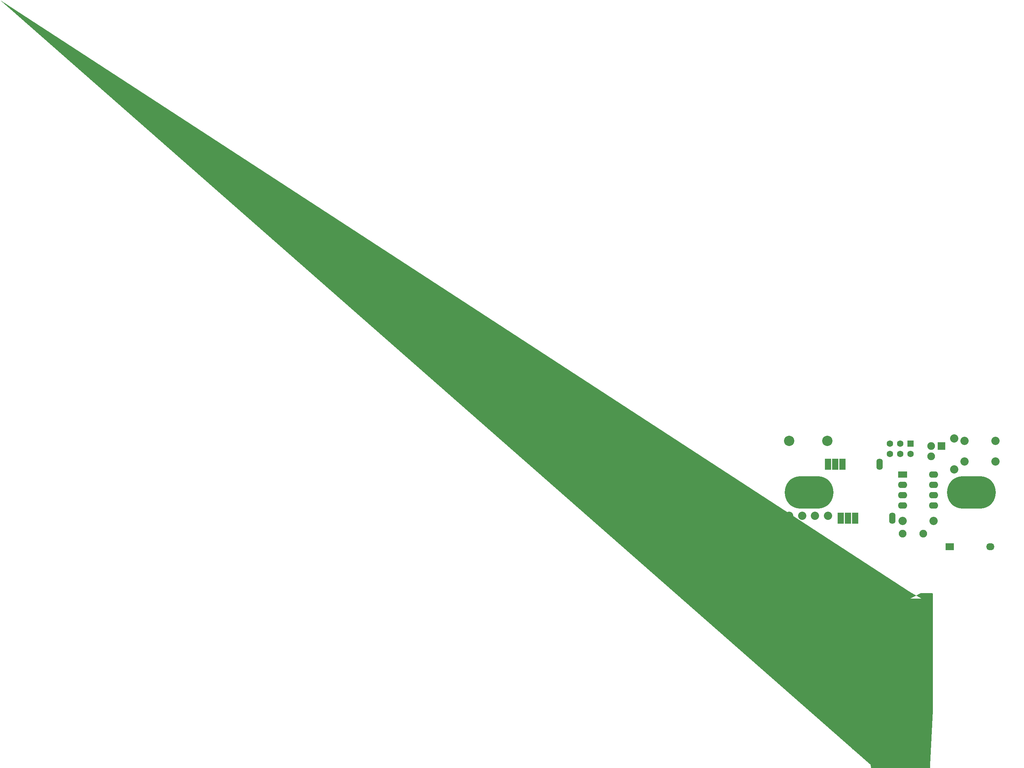
<source format=gbr>
G04 #@! TF.GenerationSoftware,KiCad,Pcbnew,9.0.0*
G04 #@! TF.CreationDate,2025-06-10T13:42:17+01:00*
G04 #@! TF.ProjectId,SolarSoilSensor_r_v2,536f6c61-7253-46f6-996c-53656e736f72,rev?*
G04 #@! TF.SameCoordinates,PX5faea10PY77e7cd0*
G04 #@! TF.FileFunction,Soldermask,Bot*
G04 #@! TF.FilePolarity,Negative*
%FSLAX46Y46*%
G04 Gerber Fmt 4.6, Leading zero omitted, Abs format (unit mm)*
G04 Created by KiCad (PCBNEW 9.0.0) date 2025-06-10 13:42:17*
%MOMM*%
%LPD*%
G01*
G04 APERTURE LIST*
G04 Aperture macros list*
%AMFreePoly0*
4,1,149,-1.949141,1.342817,-1.314302,1.340511,-0.759053,1.338000,-0.278312,1.335182,0.132996,1.331956,0.479930,1.328221,0.767634,1.323876,1.001077,1.318822,1.185523,1.312952,1.325783,1.306174,1.325925,1.306165,1.427208,1.298374,1.427480,1.298346,1.494862,1.289441,1.495476,1.289320,1.534035,1.279201,1.535222,1.278720,1.545798,1.272755,1.547544,1.271110,1.553051,1.262571,
1.553646,1.261271,1.558858,1.243541,1.558991,1.242963,1.563916,1.213784,1.563957,1.213491,1.568604,1.170605,1.568619,1.170437,1.572995,1.111585,1.573002,1.111480,1.577118,1.034337,1.580978,0.936732,1.584591,0.816402,1.587964,0.671082,1.591107,0.498513,1.594027,0.296448,1.594028,0.296434,1.596734,0.062586,1.599234,-0.205290,1.601535,-0.509453,1.603647,-0.852162,
1.605576,-1.235673,1.607330,-1.662248,1.608919,-2.134142,1.610350,-2.653616,1.611631,-3.222925,1.612770,-3.844331,1.613775,-4.520089,1.614655,-5.252458,1.615417,-6.043698,1.616069,-6.896065,1.616619,-7.811819,1.617076,-8.793216,1.617447,-9.842516,1.617741,-10.961975,1.617966,-12.153853,1.618129,-13.420409,1.618239,-14.763899,1.618304,-16.186582,1.618331,-17.690716,1.618334,-18.353583,
1.618334,-37.917466,1.618308,-37.917973,0.791937,-46.024324,0.707532,-46.851263,0.624828,-47.659519,0.544279,-48.444728,0.466342,-49.202524,0.391470,-49.928545,0.391469,-49.928546,0.320119,-50.618430,0.252745,-51.267812,0.189804,-51.872328,0.131750,-52.427614,0.079037,-52.929309,0.032123,-53.373047,-0.008540,-53.754465,-0.042493,-54.069204,-0.069285,-54.312903,-0.088462,-54.481227,-0.099573,-54.569825,
-0.099722,-54.570837,-0.099776,-54.571137,-0.203201,-55.063554,-0.203387,-55.064213,-0.357704,-55.494700,-0.358042,-55.495444,-0.561902,-55.861774,-0.562443,-55.862560,-0.814494,-56.162504,-0.815262,-56.163241,-1.114155,-56.394568,-1.114809,-56.394997,-1.250195,-56.469301,-1.250940,-56.469634,-1.512560,-56.561777,-1.513487,-56.562007,-1.805266,-56.605300,-1.806124,-56.605352,-2.097256,-56.598148,-2.098246,-56.598024,
-2.357928,-56.538674,-2.358607,-56.538467,-2.381026,-56.529855,-2.381609,-56.529587,-2.702611,-56.356216,-2.703486,-56.355616,-2.990745,-56.109796,-2.991412,-56.109104,-3.237450,-55.798874,-3.237935,-55.798137,-3.435275,-55.431538,-3.435483,-55.431101,-3.461942,-55.367990,-3.462054,-55.367699,-3.541798,-55.138297,-3.541906,-55.137944,-3.609928,-54.883057,-3.610002,-54.882737,-3.659021,-54.634557,-3.659087,-54.634128,
-3.681823,-54.424850,-3.681851,-54.424426,-3.682594,-54.392280,-3.686948,-54.334543,-3.699601,-54.196700,-3.720143,-53.982824,-3.720142,-53.982823,-3.748143,-53.697176,-3.783185,-53.343868,-3.783184,-53.343867,-3.824848,-52.927064,-3.872714,-52.450897,-3.926364,-51.919514,-3.985377,-51.337056,-3.985376,-51.337055,-4.049334,-50.707671,-4.117818,-50.035497,-4.190409,-49.324679,-4.266687,-48.579360,-4.346232,-47.803683,
-4.428627,-47.001790,-4.513451,-46.177825,-4.529974,-46.017510,-5.376640,-37.803931,-5.376666,-37.803418,-5.376666,1.349134,-5.375202,1.352670,-5.371666,1.354134,-1.949141,1.342817,-1.949141,1.342817,$1*%
%AMFreePoly1*
4,1,158,2.645948,1.352627,3.185604,1.352417,3.651726,1.351903,4.049886,1.350951,4.385651,1.349428,4.664592,1.347198,4.892282,1.344126,5.074297,1.340079,5.216107,1.334926,5.216223,1.334920,5.323465,1.328524,5.323661,1.328508,5.401900,1.320734,5.402241,1.320689,5.457046,1.311405,5.457630,1.311270,5.494565,1.300341,5.495438,1.299990,5.520071,1.287282,5.520942,1.286710,
5.538839,1.272088,5.539175,1.271788,5.544499,1.266572,5.544662,1.266405,5.551319,1.259245,5.551801,1.258638,5.558100,1.249309,5.558547,1.248492,5.564497,1.234705,5.564729,1.234042,5.570340,1.213507,5.570439,1.213068,5.575722,1.183495,5.575764,1.183218,5.580728,1.142318,5.580746,1.142141,5.585402,1.087624,5.585410,1.087508,5.589771,1.017003,5.593840,0.928328,
5.597630,0.819179,5.601150,0.687267,5.604410,0.530295,5.607420,0.345990,5.607421,0.345973,5.610193,0.132009,5.612734,-0.113888,5.615056,-0.394007,5.617169,-0.710639,5.619082,-1.066074,5.620805,-1.462602,5.622348,-1.902515,5.623721,-2.388100,5.624934,-2.921648,5.625997,-3.505449,5.626919,-4.141792,5.627712,-4.832969,5.628384,-5.581267,5.628945,-6.388977,5.629406,-7.258390,
5.629777,-8.191794,5.630066,-9.191479,5.630285,-10.259736,5.630443,-11.398854,5.630550,-12.611123,5.630616,-13.898832,5.630651,-15.264271,5.630664,-16.709730,5.630667,-18.237500,5.630667,-37.745342,5.630641,-37.745848,4.805647,-45.853595,4.721320,-46.681386,4.638662,-47.490935,4.558131,-48.277847,4.480183,-49.037725,4.405275,-49.766175,4.333864,-50.458797,4.333863,-50.458798,4.266406,-51.111201,
4.203359,-51.718987,4.145180,-52.277761,4.092325,-52.783126,4.045250,-53.230687,4.004414,-53.616049,3.970271,-53.934818,3.943279,-54.182604,3.923891,-54.355032,3.912574,-54.447627,3.912473,-54.448356,3.912458,-54.448458,3.876360,-54.673781,3.876331,-54.673947,3.832745,-54.897470,3.832706,-54.897652,3.787924,-55.089072,3.787855,-55.089333,3.758526,-55.189900,3.758330,-55.190450,3.594601,-55.576922,
3.594230,-55.577633,3.384673,-55.910994,3.384144,-55.911692,3.135493,-56.185845,3.134772,-56.186499,2.853763,-56.395350,2.852825,-56.395900,2.546196,-56.533353,2.545057,-56.533707,2.219543,-56.593665,2.218900,-56.593741,2.205874,-56.594428,2.205670,-56.594435,2.036350,-56.596450,2.036020,-56.596443,1.881440,-56.588043,1.880957,-56.587993,1.788780,-56.573937,1.787710,-56.573649,1.472523,-56.450121,
1.471549,-56.449610,1.179872,-56.252712,1.179133,-56.252102,0.918960,-55.991695,0.918406,-55.991036,0.697731,-55.676982,0.697321,-55.676285,0.524137,-55.318446,0.523849,-55.317707,0.406151,-54.925945,0.406037,-54.925486,0.391118,-54.850813,0.391069,-54.850524,0.380499,-54.774740,0.361747,-54.618838,0.335295,-54.387297,0.301574,-54.084202,0.261037,-53.713826,0.214134,-53.280387,0.161311,-52.788116,
0.103020,-52.241244,0.039711,-51.644005,-0.028169,-51.000629,-0.100169,-50.315350,-0.175838,-49.592400,-0.254729,-48.836011,-0.336392,-48.050415,-0.420376,-47.239846,-0.420377,-47.239845,-0.506234,-46.408533,-0.528431,-46.193179,-1.385474,-37.874679,-1.385500,-37.874170,-1.406937,1.347664,-1.405474,1.351201,-1.401940,1.352667,2.027198,1.352667,2.645948,1.352627,2.645948,1.352627,$1*%
G04 Aperture macros list end*
%ADD10C,2.540000*%
%ADD11C,2.032000*%
%ADD12R,2.286000X1.574800*%
%ADD13O,2.286000X1.574800*%
%ADD14R,1.600200X1.600200*%
%ADD15C,1.600200*%
%ADD16R,1.905000X1.905000*%
%ADD17C,1.905000*%
%ADD18C,1.000000*%
%ADD19FreePoly0,0.000000*%
%ADD20FreePoly1,0.000000*%
%ADD21R,2.032000X1.727200*%
%ADD22O,2.032000X1.727200*%
%ADD23R,1.600000X2.800000*%
%ADD24O,1.600000X2.800000*%
%ADD25O,12.000000X8.000000*%
G04 APERTURE END LIST*
D10*
X17018000Y37465000D03*
X7620000Y37465000D03*
D11*
X6985000Y5080000D03*
X9525000Y5080000D03*
D12*
X35560000Y29210000D03*
D13*
X35560000Y26670000D03*
X35560000Y24130000D03*
X35560000Y21590000D03*
X43180000Y21590000D03*
X43180000Y24130000D03*
X43180000Y26670000D03*
X43180000Y29210000D03*
D14*
X37465000Y36830000D03*
D15*
X37465000Y34290000D03*
X34925000Y36830000D03*
X34925000Y34290000D03*
X32385000Y36830000D03*
X32385000Y34290000D03*
D16*
X45085000Y36195000D03*
D17*
X42545000Y36195000D03*
X42545000Y33655000D03*
D11*
X10795000Y19050000D03*
X10795000Y11430000D03*
X13970000Y11430000D03*
X13970000Y19050000D03*
X17145000Y11430000D03*
X17145000Y19050000D03*
X35560000Y17780000D03*
X43180000Y17780000D03*
X48260000Y38100000D03*
X48260000Y30480000D03*
X7620000Y19050000D03*
X7620000Y11430000D03*
X50800000Y37465000D03*
X58420000Y37465000D03*
X50800000Y32385000D03*
X58420000Y32385000D03*
D18*
X23495000Y-6350000D03*
X23495000Y-12700000D03*
X23495000Y-19050000D03*
X23495000Y-25400000D03*
X23495000Y-31750000D03*
X23495000Y-38100000D03*
X27305000Y-6350000D03*
X27305000Y-12700000D03*
X27305000Y-19050000D03*
X27305000Y-25400000D03*
X27305000Y-31750000D03*
X27305000Y-38100000D03*
D19*
X27385000Y-1390000D03*
D20*
X37385000Y-1390000D03*
D18*
X37465000Y-6350000D03*
X37465000Y-12700000D03*
X37465000Y-19050000D03*
X37465000Y-25400000D03*
X37465000Y-31750000D03*
X37465000Y-38100000D03*
X41275000Y-6350000D03*
X41275000Y-12700000D03*
X41275000Y-19050000D03*
X41275000Y-25400000D03*
X41275000Y-31750000D03*
X41275000Y-38100000D03*
D21*
X47150000Y11430000D03*
D22*
X57150000Y11430000D03*
D17*
X40640000Y14605000D03*
X35560000Y14605000D03*
D23*
X17145000Y31750000D03*
X18923000Y31750000D03*
X20701000Y31750000D03*
D24*
X29845000Y31750000D03*
D23*
X20320000Y18415000D03*
X22098000Y18415000D03*
X23876000Y18415000D03*
D24*
X33020000Y18415000D03*
D25*
X12515000Y24765000D03*
X52515000Y24765000D03*
M02*

</source>
